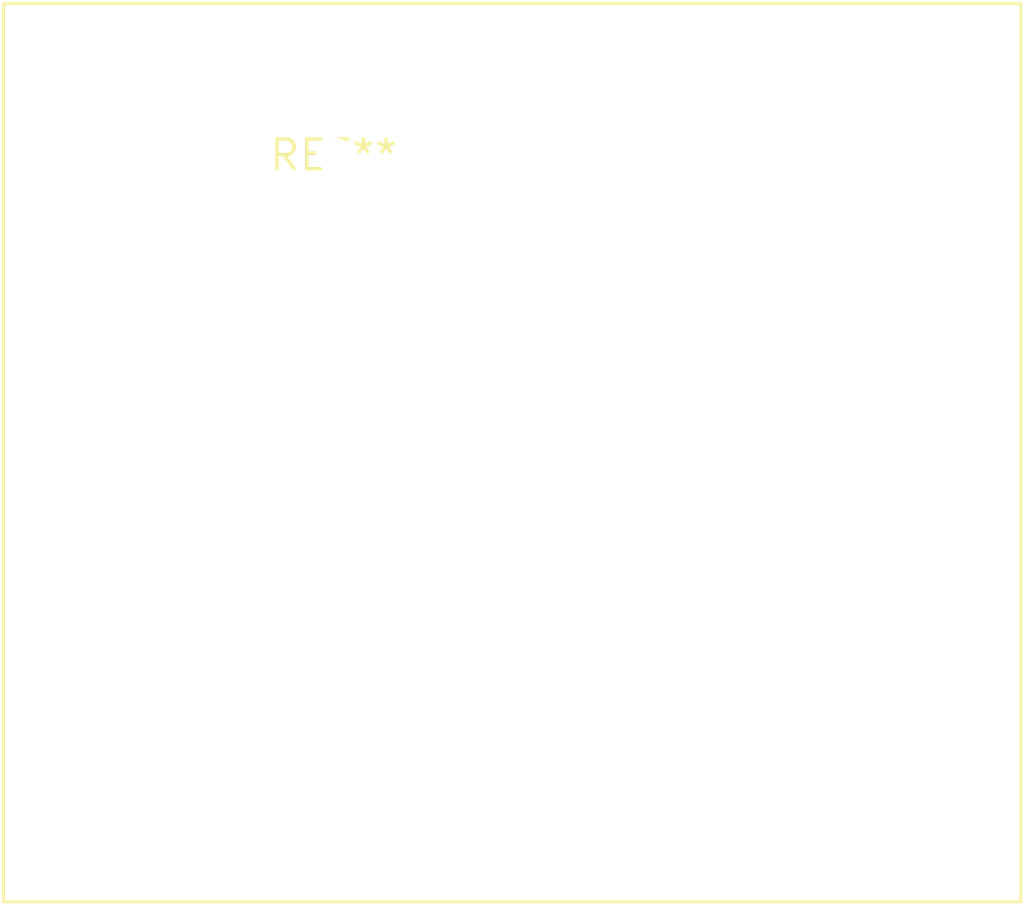
<source format=kicad_pcb>
(kicad_pcb (version 20240108) (generator pcbnew)
  (layers (0 "F.Cu" signal) (31 "B.Cu" signal) (34 "B.Paste" user) (35 "F.Paste" user) (36 "B.SilkS" user "B.Silkscreen") (37 "F.SilkS" user "F.Silkscreen") (38 "B.Mask" user) (39 "F.Mask" user) (44 "Edge.Cuts" user))
  (net 0 "")
  (footprint "Transformer_37x44" (layer "F.Cu") (at 0 0)
    (property "Reference" "REF**")
    (property "Value" "Transformer_37x44")
    (fp_line (start -14.09 -6.47) (end -14.09 31.87) (layer "F.SilkS") (stroke (width 0.12)))
    (fp_line (start -14.09 -6.47) (end 29.33 -6.47) (layer "F.SilkS") (stroke (width 0.12)))
    (fp_line (start 29.33 31.87) (end -14.09 31.87) (layer "F.SilkS") (stroke (width 0.12)))
    (fp_line (start 29.33 31.87) (end 29.33 -6.47) (layer "F.SilkS") (stroke (width 0.12)))
    (pad "" thru_hole circle (at -5.08 0) (size 3 3) (drill 1.5) (layers *.Cu *.Mask) (remove_unused_layers))
    (pad "" thru_hole circle (at 0 25.4) (size 3 3) (drill 1.5) (layers *.Cu *.Mask) (remove_unused_layers))
    (pad "" thru_hole circle (at 5.08 0) (size 3 3) (drill 1.5) (layers *.Cu *.Mask) (remove_unused_layers))
    (pad "" thru_hole circle (at 10.16 0) (size 3 3) (drill 1.5) (layers *.Cu *.Mask) (remove_unused_layers))
    (pad "" thru_hole circle (at 10.16 25.4) (size 3 3) (drill 1.5) (layers *.Cu *.Mask) (remove_unused_layers))
    (pad "" thru_hole circle (at 15.24 0) (size 3 3) (drill 1.5) (layers *.Cu *.Mask) (remove_unused_layers))
    (pad "" thru_hole circle (at 15.24 25.4) (size 3 3) (drill 1.5) (layers *.Cu *.Mask) (remove_unused_layers))
    (pad "" thru_hole circle (at 20.32 25.4) (size 3 3) (drill 1.5) (layers *.Cu *.Mask) (remove_unused_layers))
    (pad "1" thru_hole circle (at 0 0) (size 3 3) (drill 1.5) (layers *.Cu *.Mask) (remove_unused_layers))
    (pad "2" thru_hole circle (at 20.32 0) (size 3 3) (drill 1.5) (layers *.Cu *.Mask) (remove_unused_layers))
    (pad "3" thru_hole circle (at 5.08 25.4) (size 3 3) (drill 1.5) (layers *.Cu *.Mask) (remove_unused_layers))
    (pad "4" thru_hole circle (at -5.08 25.4) (size 3 3) (drill 1.5) (layers *.Cu *.Mask) (remove_unused_layers))
  )
)
</source>
